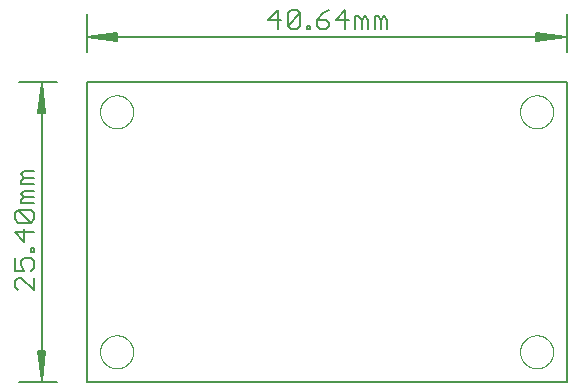
<source format=gko>
G75*
%MOIN*%
%OFA0B0*%
%FSLAX25Y25*%
%IPPOS*%
%LPD*%
%AMOC8*
5,1,8,0,0,1.08239X$1,22.5*
%
%ADD10C,0.00000*%
%ADD11C,0.00500*%
%ADD12C,0.00512*%
%ADD13C,0.00600*%
D10*
X0032083Y0016000D02*
X0032085Y0016148D01*
X0032091Y0016296D01*
X0032101Y0016444D01*
X0032115Y0016591D01*
X0032133Y0016738D01*
X0032154Y0016884D01*
X0032180Y0017030D01*
X0032210Y0017175D01*
X0032243Y0017319D01*
X0032281Y0017462D01*
X0032322Y0017604D01*
X0032367Y0017745D01*
X0032415Y0017885D01*
X0032468Y0018024D01*
X0032524Y0018161D01*
X0032584Y0018296D01*
X0032647Y0018430D01*
X0032714Y0018562D01*
X0032785Y0018692D01*
X0032859Y0018820D01*
X0032936Y0018946D01*
X0033017Y0019070D01*
X0033101Y0019192D01*
X0033188Y0019311D01*
X0033279Y0019428D01*
X0033373Y0019543D01*
X0033469Y0019655D01*
X0033569Y0019765D01*
X0033671Y0019871D01*
X0033777Y0019975D01*
X0033885Y0020076D01*
X0033996Y0020174D01*
X0034109Y0020270D01*
X0034225Y0020362D01*
X0034343Y0020451D01*
X0034464Y0020536D01*
X0034587Y0020619D01*
X0034712Y0020698D01*
X0034839Y0020774D01*
X0034968Y0020846D01*
X0035099Y0020915D01*
X0035232Y0020980D01*
X0035367Y0021041D01*
X0035503Y0021099D01*
X0035640Y0021154D01*
X0035779Y0021204D01*
X0035920Y0021251D01*
X0036061Y0021294D01*
X0036204Y0021334D01*
X0036348Y0021369D01*
X0036492Y0021401D01*
X0036638Y0021428D01*
X0036784Y0021452D01*
X0036931Y0021472D01*
X0037078Y0021488D01*
X0037225Y0021500D01*
X0037373Y0021508D01*
X0037521Y0021512D01*
X0037669Y0021512D01*
X0037817Y0021508D01*
X0037965Y0021500D01*
X0038112Y0021488D01*
X0038259Y0021472D01*
X0038406Y0021452D01*
X0038552Y0021428D01*
X0038698Y0021401D01*
X0038842Y0021369D01*
X0038986Y0021334D01*
X0039129Y0021294D01*
X0039270Y0021251D01*
X0039411Y0021204D01*
X0039550Y0021154D01*
X0039687Y0021099D01*
X0039823Y0021041D01*
X0039958Y0020980D01*
X0040091Y0020915D01*
X0040222Y0020846D01*
X0040351Y0020774D01*
X0040478Y0020698D01*
X0040603Y0020619D01*
X0040726Y0020536D01*
X0040847Y0020451D01*
X0040965Y0020362D01*
X0041081Y0020270D01*
X0041194Y0020174D01*
X0041305Y0020076D01*
X0041413Y0019975D01*
X0041519Y0019871D01*
X0041621Y0019765D01*
X0041721Y0019655D01*
X0041817Y0019543D01*
X0041911Y0019428D01*
X0042002Y0019311D01*
X0042089Y0019192D01*
X0042173Y0019070D01*
X0042254Y0018946D01*
X0042331Y0018820D01*
X0042405Y0018692D01*
X0042476Y0018562D01*
X0042543Y0018430D01*
X0042606Y0018296D01*
X0042666Y0018161D01*
X0042722Y0018024D01*
X0042775Y0017885D01*
X0042823Y0017745D01*
X0042868Y0017604D01*
X0042909Y0017462D01*
X0042947Y0017319D01*
X0042980Y0017175D01*
X0043010Y0017030D01*
X0043036Y0016884D01*
X0043057Y0016738D01*
X0043075Y0016591D01*
X0043089Y0016444D01*
X0043099Y0016296D01*
X0043105Y0016148D01*
X0043107Y0016000D01*
X0043105Y0015852D01*
X0043099Y0015704D01*
X0043089Y0015556D01*
X0043075Y0015409D01*
X0043057Y0015262D01*
X0043036Y0015116D01*
X0043010Y0014970D01*
X0042980Y0014825D01*
X0042947Y0014681D01*
X0042909Y0014538D01*
X0042868Y0014396D01*
X0042823Y0014255D01*
X0042775Y0014115D01*
X0042722Y0013976D01*
X0042666Y0013839D01*
X0042606Y0013704D01*
X0042543Y0013570D01*
X0042476Y0013438D01*
X0042405Y0013308D01*
X0042331Y0013180D01*
X0042254Y0013054D01*
X0042173Y0012930D01*
X0042089Y0012808D01*
X0042002Y0012689D01*
X0041911Y0012572D01*
X0041817Y0012457D01*
X0041721Y0012345D01*
X0041621Y0012235D01*
X0041519Y0012129D01*
X0041413Y0012025D01*
X0041305Y0011924D01*
X0041194Y0011826D01*
X0041081Y0011730D01*
X0040965Y0011638D01*
X0040847Y0011549D01*
X0040726Y0011464D01*
X0040603Y0011381D01*
X0040478Y0011302D01*
X0040351Y0011226D01*
X0040222Y0011154D01*
X0040091Y0011085D01*
X0039958Y0011020D01*
X0039823Y0010959D01*
X0039687Y0010901D01*
X0039550Y0010846D01*
X0039411Y0010796D01*
X0039270Y0010749D01*
X0039129Y0010706D01*
X0038986Y0010666D01*
X0038842Y0010631D01*
X0038698Y0010599D01*
X0038552Y0010572D01*
X0038406Y0010548D01*
X0038259Y0010528D01*
X0038112Y0010512D01*
X0037965Y0010500D01*
X0037817Y0010492D01*
X0037669Y0010488D01*
X0037521Y0010488D01*
X0037373Y0010492D01*
X0037225Y0010500D01*
X0037078Y0010512D01*
X0036931Y0010528D01*
X0036784Y0010548D01*
X0036638Y0010572D01*
X0036492Y0010599D01*
X0036348Y0010631D01*
X0036204Y0010666D01*
X0036061Y0010706D01*
X0035920Y0010749D01*
X0035779Y0010796D01*
X0035640Y0010846D01*
X0035503Y0010901D01*
X0035367Y0010959D01*
X0035232Y0011020D01*
X0035099Y0011085D01*
X0034968Y0011154D01*
X0034839Y0011226D01*
X0034712Y0011302D01*
X0034587Y0011381D01*
X0034464Y0011464D01*
X0034343Y0011549D01*
X0034225Y0011638D01*
X0034109Y0011730D01*
X0033996Y0011826D01*
X0033885Y0011924D01*
X0033777Y0012025D01*
X0033671Y0012129D01*
X0033569Y0012235D01*
X0033469Y0012345D01*
X0033373Y0012457D01*
X0033279Y0012572D01*
X0033188Y0012689D01*
X0033101Y0012808D01*
X0033017Y0012930D01*
X0032936Y0013054D01*
X0032859Y0013180D01*
X0032785Y0013308D01*
X0032714Y0013438D01*
X0032647Y0013570D01*
X0032584Y0013704D01*
X0032524Y0013839D01*
X0032468Y0013976D01*
X0032415Y0014115D01*
X0032367Y0014255D01*
X0032322Y0014396D01*
X0032281Y0014538D01*
X0032243Y0014681D01*
X0032210Y0014825D01*
X0032180Y0014970D01*
X0032154Y0015116D01*
X0032133Y0015262D01*
X0032115Y0015409D01*
X0032101Y0015556D01*
X0032091Y0015704D01*
X0032085Y0015852D01*
X0032083Y0016000D01*
X0032083Y0096000D02*
X0032085Y0096148D01*
X0032091Y0096296D01*
X0032101Y0096444D01*
X0032115Y0096591D01*
X0032133Y0096738D01*
X0032154Y0096884D01*
X0032180Y0097030D01*
X0032210Y0097175D01*
X0032243Y0097319D01*
X0032281Y0097462D01*
X0032322Y0097604D01*
X0032367Y0097745D01*
X0032415Y0097885D01*
X0032468Y0098024D01*
X0032524Y0098161D01*
X0032584Y0098296D01*
X0032647Y0098430D01*
X0032714Y0098562D01*
X0032785Y0098692D01*
X0032859Y0098820D01*
X0032936Y0098946D01*
X0033017Y0099070D01*
X0033101Y0099192D01*
X0033188Y0099311D01*
X0033279Y0099428D01*
X0033373Y0099543D01*
X0033469Y0099655D01*
X0033569Y0099765D01*
X0033671Y0099871D01*
X0033777Y0099975D01*
X0033885Y0100076D01*
X0033996Y0100174D01*
X0034109Y0100270D01*
X0034225Y0100362D01*
X0034343Y0100451D01*
X0034464Y0100536D01*
X0034587Y0100619D01*
X0034712Y0100698D01*
X0034839Y0100774D01*
X0034968Y0100846D01*
X0035099Y0100915D01*
X0035232Y0100980D01*
X0035367Y0101041D01*
X0035503Y0101099D01*
X0035640Y0101154D01*
X0035779Y0101204D01*
X0035920Y0101251D01*
X0036061Y0101294D01*
X0036204Y0101334D01*
X0036348Y0101369D01*
X0036492Y0101401D01*
X0036638Y0101428D01*
X0036784Y0101452D01*
X0036931Y0101472D01*
X0037078Y0101488D01*
X0037225Y0101500D01*
X0037373Y0101508D01*
X0037521Y0101512D01*
X0037669Y0101512D01*
X0037817Y0101508D01*
X0037965Y0101500D01*
X0038112Y0101488D01*
X0038259Y0101472D01*
X0038406Y0101452D01*
X0038552Y0101428D01*
X0038698Y0101401D01*
X0038842Y0101369D01*
X0038986Y0101334D01*
X0039129Y0101294D01*
X0039270Y0101251D01*
X0039411Y0101204D01*
X0039550Y0101154D01*
X0039687Y0101099D01*
X0039823Y0101041D01*
X0039958Y0100980D01*
X0040091Y0100915D01*
X0040222Y0100846D01*
X0040351Y0100774D01*
X0040478Y0100698D01*
X0040603Y0100619D01*
X0040726Y0100536D01*
X0040847Y0100451D01*
X0040965Y0100362D01*
X0041081Y0100270D01*
X0041194Y0100174D01*
X0041305Y0100076D01*
X0041413Y0099975D01*
X0041519Y0099871D01*
X0041621Y0099765D01*
X0041721Y0099655D01*
X0041817Y0099543D01*
X0041911Y0099428D01*
X0042002Y0099311D01*
X0042089Y0099192D01*
X0042173Y0099070D01*
X0042254Y0098946D01*
X0042331Y0098820D01*
X0042405Y0098692D01*
X0042476Y0098562D01*
X0042543Y0098430D01*
X0042606Y0098296D01*
X0042666Y0098161D01*
X0042722Y0098024D01*
X0042775Y0097885D01*
X0042823Y0097745D01*
X0042868Y0097604D01*
X0042909Y0097462D01*
X0042947Y0097319D01*
X0042980Y0097175D01*
X0043010Y0097030D01*
X0043036Y0096884D01*
X0043057Y0096738D01*
X0043075Y0096591D01*
X0043089Y0096444D01*
X0043099Y0096296D01*
X0043105Y0096148D01*
X0043107Y0096000D01*
X0043105Y0095852D01*
X0043099Y0095704D01*
X0043089Y0095556D01*
X0043075Y0095409D01*
X0043057Y0095262D01*
X0043036Y0095116D01*
X0043010Y0094970D01*
X0042980Y0094825D01*
X0042947Y0094681D01*
X0042909Y0094538D01*
X0042868Y0094396D01*
X0042823Y0094255D01*
X0042775Y0094115D01*
X0042722Y0093976D01*
X0042666Y0093839D01*
X0042606Y0093704D01*
X0042543Y0093570D01*
X0042476Y0093438D01*
X0042405Y0093308D01*
X0042331Y0093180D01*
X0042254Y0093054D01*
X0042173Y0092930D01*
X0042089Y0092808D01*
X0042002Y0092689D01*
X0041911Y0092572D01*
X0041817Y0092457D01*
X0041721Y0092345D01*
X0041621Y0092235D01*
X0041519Y0092129D01*
X0041413Y0092025D01*
X0041305Y0091924D01*
X0041194Y0091826D01*
X0041081Y0091730D01*
X0040965Y0091638D01*
X0040847Y0091549D01*
X0040726Y0091464D01*
X0040603Y0091381D01*
X0040478Y0091302D01*
X0040351Y0091226D01*
X0040222Y0091154D01*
X0040091Y0091085D01*
X0039958Y0091020D01*
X0039823Y0090959D01*
X0039687Y0090901D01*
X0039550Y0090846D01*
X0039411Y0090796D01*
X0039270Y0090749D01*
X0039129Y0090706D01*
X0038986Y0090666D01*
X0038842Y0090631D01*
X0038698Y0090599D01*
X0038552Y0090572D01*
X0038406Y0090548D01*
X0038259Y0090528D01*
X0038112Y0090512D01*
X0037965Y0090500D01*
X0037817Y0090492D01*
X0037669Y0090488D01*
X0037521Y0090488D01*
X0037373Y0090492D01*
X0037225Y0090500D01*
X0037078Y0090512D01*
X0036931Y0090528D01*
X0036784Y0090548D01*
X0036638Y0090572D01*
X0036492Y0090599D01*
X0036348Y0090631D01*
X0036204Y0090666D01*
X0036061Y0090706D01*
X0035920Y0090749D01*
X0035779Y0090796D01*
X0035640Y0090846D01*
X0035503Y0090901D01*
X0035367Y0090959D01*
X0035232Y0091020D01*
X0035099Y0091085D01*
X0034968Y0091154D01*
X0034839Y0091226D01*
X0034712Y0091302D01*
X0034587Y0091381D01*
X0034464Y0091464D01*
X0034343Y0091549D01*
X0034225Y0091638D01*
X0034109Y0091730D01*
X0033996Y0091826D01*
X0033885Y0091924D01*
X0033777Y0092025D01*
X0033671Y0092129D01*
X0033569Y0092235D01*
X0033469Y0092345D01*
X0033373Y0092457D01*
X0033279Y0092572D01*
X0033188Y0092689D01*
X0033101Y0092808D01*
X0033017Y0092930D01*
X0032936Y0093054D01*
X0032859Y0093180D01*
X0032785Y0093308D01*
X0032714Y0093438D01*
X0032647Y0093570D01*
X0032584Y0093704D01*
X0032524Y0093839D01*
X0032468Y0093976D01*
X0032415Y0094115D01*
X0032367Y0094255D01*
X0032322Y0094396D01*
X0032281Y0094538D01*
X0032243Y0094681D01*
X0032210Y0094825D01*
X0032180Y0094970D01*
X0032154Y0095116D01*
X0032133Y0095262D01*
X0032115Y0095409D01*
X0032101Y0095556D01*
X0032091Y0095704D01*
X0032085Y0095852D01*
X0032083Y0096000D01*
X0172083Y0096000D02*
X0172085Y0096148D01*
X0172091Y0096296D01*
X0172101Y0096444D01*
X0172115Y0096591D01*
X0172133Y0096738D01*
X0172154Y0096884D01*
X0172180Y0097030D01*
X0172210Y0097175D01*
X0172243Y0097319D01*
X0172281Y0097462D01*
X0172322Y0097604D01*
X0172367Y0097745D01*
X0172415Y0097885D01*
X0172468Y0098024D01*
X0172524Y0098161D01*
X0172584Y0098296D01*
X0172647Y0098430D01*
X0172714Y0098562D01*
X0172785Y0098692D01*
X0172859Y0098820D01*
X0172936Y0098946D01*
X0173017Y0099070D01*
X0173101Y0099192D01*
X0173188Y0099311D01*
X0173279Y0099428D01*
X0173373Y0099543D01*
X0173469Y0099655D01*
X0173569Y0099765D01*
X0173671Y0099871D01*
X0173777Y0099975D01*
X0173885Y0100076D01*
X0173996Y0100174D01*
X0174109Y0100270D01*
X0174225Y0100362D01*
X0174343Y0100451D01*
X0174464Y0100536D01*
X0174587Y0100619D01*
X0174712Y0100698D01*
X0174839Y0100774D01*
X0174968Y0100846D01*
X0175099Y0100915D01*
X0175232Y0100980D01*
X0175367Y0101041D01*
X0175503Y0101099D01*
X0175640Y0101154D01*
X0175779Y0101204D01*
X0175920Y0101251D01*
X0176061Y0101294D01*
X0176204Y0101334D01*
X0176348Y0101369D01*
X0176492Y0101401D01*
X0176638Y0101428D01*
X0176784Y0101452D01*
X0176931Y0101472D01*
X0177078Y0101488D01*
X0177225Y0101500D01*
X0177373Y0101508D01*
X0177521Y0101512D01*
X0177669Y0101512D01*
X0177817Y0101508D01*
X0177965Y0101500D01*
X0178112Y0101488D01*
X0178259Y0101472D01*
X0178406Y0101452D01*
X0178552Y0101428D01*
X0178698Y0101401D01*
X0178842Y0101369D01*
X0178986Y0101334D01*
X0179129Y0101294D01*
X0179270Y0101251D01*
X0179411Y0101204D01*
X0179550Y0101154D01*
X0179687Y0101099D01*
X0179823Y0101041D01*
X0179958Y0100980D01*
X0180091Y0100915D01*
X0180222Y0100846D01*
X0180351Y0100774D01*
X0180478Y0100698D01*
X0180603Y0100619D01*
X0180726Y0100536D01*
X0180847Y0100451D01*
X0180965Y0100362D01*
X0181081Y0100270D01*
X0181194Y0100174D01*
X0181305Y0100076D01*
X0181413Y0099975D01*
X0181519Y0099871D01*
X0181621Y0099765D01*
X0181721Y0099655D01*
X0181817Y0099543D01*
X0181911Y0099428D01*
X0182002Y0099311D01*
X0182089Y0099192D01*
X0182173Y0099070D01*
X0182254Y0098946D01*
X0182331Y0098820D01*
X0182405Y0098692D01*
X0182476Y0098562D01*
X0182543Y0098430D01*
X0182606Y0098296D01*
X0182666Y0098161D01*
X0182722Y0098024D01*
X0182775Y0097885D01*
X0182823Y0097745D01*
X0182868Y0097604D01*
X0182909Y0097462D01*
X0182947Y0097319D01*
X0182980Y0097175D01*
X0183010Y0097030D01*
X0183036Y0096884D01*
X0183057Y0096738D01*
X0183075Y0096591D01*
X0183089Y0096444D01*
X0183099Y0096296D01*
X0183105Y0096148D01*
X0183107Y0096000D01*
X0183105Y0095852D01*
X0183099Y0095704D01*
X0183089Y0095556D01*
X0183075Y0095409D01*
X0183057Y0095262D01*
X0183036Y0095116D01*
X0183010Y0094970D01*
X0182980Y0094825D01*
X0182947Y0094681D01*
X0182909Y0094538D01*
X0182868Y0094396D01*
X0182823Y0094255D01*
X0182775Y0094115D01*
X0182722Y0093976D01*
X0182666Y0093839D01*
X0182606Y0093704D01*
X0182543Y0093570D01*
X0182476Y0093438D01*
X0182405Y0093308D01*
X0182331Y0093180D01*
X0182254Y0093054D01*
X0182173Y0092930D01*
X0182089Y0092808D01*
X0182002Y0092689D01*
X0181911Y0092572D01*
X0181817Y0092457D01*
X0181721Y0092345D01*
X0181621Y0092235D01*
X0181519Y0092129D01*
X0181413Y0092025D01*
X0181305Y0091924D01*
X0181194Y0091826D01*
X0181081Y0091730D01*
X0180965Y0091638D01*
X0180847Y0091549D01*
X0180726Y0091464D01*
X0180603Y0091381D01*
X0180478Y0091302D01*
X0180351Y0091226D01*
X0180222Y0091154D01*
X0180091Y0091085D01*
X0179958Y0091020D01*
X0179823Y0090959D01*
X0179687Y0090901D01*
X0179550Y0090846D01*
X0179411Y0090796D01*
X0179270Y0090749D01*
X0179129Y0090706D01*
X0178986Y0090666D01*
X0178842Y0090631D01*
X0178698Y0090599D01*
X0178552Y0090572D01*
X0178406Y0090548D01*
X0178259Y0090528D01*
X0178112Y0090512D01*
X0177965Y0090500D01*
X0177817Y0090492D01*
X0177669Y0090488D01*
X0177521Y0090488D01*
X0177373Y0090492D01*
X0177225Y0090500D01*
X0177078Y0090512D01*
X0176931Y0090528D01*
X0176784Y0090548D01*
X0176638Y0090572D01*
X0176492Y0090599D01*
X0176348Y0090631D01*
X0176204Y0090666D01*
X0176061Y0090706D01*
X0175920Y0090749D01*
X0175779Y0090796D01*
X0175640Y0090846D01*
X0175503Y0090901D01*
X0175367Y0090959D01*
X0175232Y0091020D01*
X0175099Y0091085D01*
X0174968Y0091154D01*
X0174839Y0091226D01*
X0174712Y0091302D01*
X0174587Y0091381D01*
X0174464Y0091464D01*
X0174343Y0091549D01*
X0174225Y0091638D01*
X0174109Y0091730D01*
X0173996Y0091826D01*
X0173885Y0091924D01*
X0173777Y0092025D01*
X0173671Y0092129D01*
X0173569Y0092235D01*
X0173469Y0092345D01*
X0173373Y0092457D01*
X0173279Y0092572D01*
X0173188Y0092689D01*
X0173101Y0092808D01*
X0173017Y0092930D01*
X0172936Y0093054D01*
X0172859Y0093180D01*
X0172785Y0093308D01*
X0172714Y0093438D01*
X0172647Y0093570D01*
X0172584Y0093704D01*
X0172524Y0093839D01*
X0172468Y0093976D01*
X0172415Y0094115D01*
X0172367Y0094255D01*
X0172322Y0094396D01*
X0172281Y0094538D01*
X0172243Y0094681D01*
X0172210Y0094825D01*
X0172180Y0094970D01*
X0172154Y0095116D01*
X0172133Y0095262D01*
X0172115Y0095409D01*
X0172101Y0095556D01*
X0172091Y0095704D01*
X0172085Y0095852D01*
X0172083Y0096000D01*
X0172083Y0016000D02*
X0172085Y0016148D01*
X0172091Y0016296D01*
X0172101Y0016444D01*
X0172115Y0016591D01*
X0172133Y0016738D01*
X0172154Y0016884D01*
X0172180Y0017030D01*
X0172210Y0017175D01*
X0172243Y0017319D01*
X0172281Y0017462D01*
X0172322Y0017604D01*
X0172367Y0017745D01*
X0172415Y0017885D01*
X0172468Y0018024D01*
X0172524Y0018161D01*
X0172584Y0018296D01*
X0172647Y0018430D01*
X0172714Y0018562D01*
X0172785Y0018692D01*
X0172859Y0018820D01*
X0172936Y0018946D01*
X0173017Y0019070D01*
X0173101Y0019192D01*
X0173188Y0019311D01*
X0173279Y0019428D01*
X0173373Y0019543D01*
X0173469Y0019655D01*
X0173569Y0019765D01*
X0173671Y0019871D01*
X0173777Y0019975D01*
X0173885Y0020076D01*
X0173996Y0020174D01*
X0174109Y0020270D01*
X0174225Y0020362D01*
X0174343Y0020451D01*
X0174464Y0020536D01*
X0174587Y0020619D01*
X0174712Y0020698D01*
X0174839Y0020774D01*
X0174968Y0020846D01*
X0175099Y0020915D01*
X0175232Y0020980D01*
X0175367Y0021041D01*
X0175503Y0021099D01*
X0175640Y0021154D01*
X0175779Y0021204D01*
X0175920Y0021251D01*
X0176061Y0021294D01*
X0176204Y0021334D01*
X0176348Y0021369D01*
X0176492Y0021401D01*
X0176638Y0021428D01*
X0176784Y0021452D01*
X0176931Y0021472D01*
X0177078Y0021488D01*
X0177225Y0021500D01*
X0177373Y0021508D01*
X0177521Y0021512D01*
X0177669Y0021512D01*
X0177817Y0021508D01*
X0177965Y0021500D01*
X0178112Y0021488D01*
X0178259Y0021472D01*
X0178406Y0021452D01*
X0178552Y0021428D01*
X0178698Y0021401D01*
X0178842Y0021369D01*
X0178986Y0021334D01*
X0179129Y0021294D01*
X0179270Y0021251D01*
X0179411Y0021204D01*
X0179550Y0021154D01*
X0179687Y0021099D01*
X0179823Y0021041D01*
X0179958Y0020980D01*
X0180091Y0020915D01*
X0180222Y0020846D01*
X0180351Y0020774D01*
X0180478Y0020698D01*
X0180603Y0020619D01*
X0180726Y0020536D01*
X0180847Y0020451D01*
X0180965Y0020362D01*
X0181081Y0020270D01*
X0181194Y0020174D01*
X0181305Y0020076D01*
X0181413Y0019975D01*
X0181519Y0019871D01*
X0181621Y0019765D01*
X0181721Y0019655D01*
X0181817Y0019543D01*
X0181911Y0019428D01*
X0182002Y0019311D01*
X0182089Y0019192D01*
X0182173Y0019070D01*
X0182254Y0018946D01*
X0182331Y0018820D01*
X0182405Y0018692D01*
X0182476Y0018562D01*
X0182543Y0018430D01*
X0182606Y0018296D01*
X0182666Y0018161D01*
X0182722Y0018024D01*
X0182775Y0017885D01*
X0182823Y0017745D01*
X0182868Y0017604D01*
X0182909Y0017462D01*
X0182947Y0017319D01*
X0182980Y0017175D01*
X0183010Y0017030D01*
X0183036Y0016884D01*
X0183057Y0016738D01*
X0183075Y0016591D01*
X0183089Y0016444D01*
X0183099Y0016296D01*
X0183105Y0016148D01*
X0183107Y0016000D01*
X0183105Y0015852D01*
X0183099Y0015704D01*
X0183089Y0015556D01*
X0183075Y0015409D01*
X0183057Y0015262D01*
X0183036Y0015116D01*
X0183010Y0014970D01*
X0182980Y0014825D01*
X0182947Y0014681D01*
X0182909Y0014538D01*
X0182868Y0014396D01*
X0182823Y0014255D01*
X0182775Y0014115D01*
X0182722Y0013976D01*
X0182666Y0013839D01*
X0182606Y0013704D01*
X0182543Y0013570D01*
X0182476Y0013438D01*
X0182405Y0013308D01*
X0182331Y0013180D01*
X0182254Y0013054D01*
X0182173Y0012930D01*
X0182089Y0012808D01*
X0182002Y0012689D01*
X0181911Y0012572D01*
X0181817Y0012457D01*
X0181721Y0012345D01*
X0181621Y0012235D01*
X0181519Y0012129D01*
X0181413Y0012025D01*
X0181305Y0011924D01*
X0181194Y0011826D01*
X0181081Y0011730D01*
X0180965Y0011638D01*
X0180847Y0011549D01*
X0180726Y0011464D01*
X0180603Y0011381D01*
X0180478Y0011302D01*
X0180351Y0011226D01*
X0180222Y0011154D01*
X0180091Y0011085D01*
X0179958Y0011020D01*
X0179823Y0010959D01*
X0179687Y0010901D01*
X0179550Y0010846D01*
X0179411Y0010796D01*
X0179270Y0010749D01*
X0179129Y0010706D01*
X0178986Y0010666D01*
X0178842Y0010631D01*
X0178698Y0010599D01*
X0178552Y0010572D01*
X0178406Y0010548D01*
X0178259Y0010528D01*
X0178112Y0010512D01*
X0177965Y0010500D01*
X0177817Y0010492D01*
X0177669Y0010488D01*
X0177521Y0010488D01*
X0177373Y0010492D01*
X0177225Y0010500D01*
X0177078Y0010512D01*
X0176931Y0010528D01*
X0176784Y0010548D01*
X0176638Y0010572D01*
X0176492Y0010599D01*
X0176348Y0010631D01*
X0176204Y0010666D01*
X0176061Y0010706D01*
X0175920Y0010749D01*
X0175779Y0010796D01*
X0175640Y0010846D01*
X0175503Y0010901D01*
X0175367Y0010959D01*
X0175232Y0011020D01*
X0175099Y0011085D01*
X0174968Y0011154D01*
X0174839Y0011226D01*
X0174712Y0011302D01*
X0174587Y0011381D01*
X0174464Y0011464D01*
X0174343Y0011549D01*
X0174225Y0011638D01*
X0174109Y0011730D01*
X0173996Y0011826D01*
X0173885Y0011924D01*
X0173777Y0012025D01*
X0173671Y0012129D01*
X0173569Y0012235D01*
X0173469Y0012345D01*
X0173373Y0012457D01*
X0173279Y0012572D01*
X0173188Y0012689D01*
X0173101Y0012808D01*
X0173017Y0012930D01*
X0172936Y0013054D01*
X0172859Y0013180D01*
X0172785Y0013308D01*
X0172714Y0013438D01*
X0172647Y0013570D01*
X0172584Y0013704D01*
X0172524Y0013839D01*
X0172468Y0013976D01*
X0172415Y0014115D01*
X0172367Y0014255D01*
X0172322Y0014396D01*
X0172281Y0014538D01*
X0172243Y0014681D01*
X0172210Y0014825D01*
X0172180Y0014970D01*
X0172154Y0015116D01*
X0172133Y0015262D01*
X0172115Y0015409D01*
X0172101Y0015556D01*
X0172091Y0015704D01*
X0172085Y0015852D01*
X0172083Y0016000D01*
D11*
X0187595Y0006000D02*
X0187595Y0106000D01*
X0027595Y0106000D01*
X0027595Y0006000D01*
X0187595Y0006000D01*
D12*
X0017595Y0006000D02*
X0004918Y0006000D01*
X0012595Y0006256D02*
X0013619Y0016236D01*
X0013852Y0016236D02*
X0012595Y0006256D01*
X0011572Y0016236D01*
X0011338Y0016236D02*
X0013852Y0016236D01*
X0013107Y0016236D02*
X0012595Y0006256D01*
X0012083Y0016236D01*
X0011338Y0016236D02*
X0012595Y0006256D01*
X0012595Y0105744D01*
X0013619Y0095764D01*
X0013852Y0095764D02*
X0012595Y0105744D01*
X0011572Y0095764D01*
X0011338Y0095764D02*
X0013852Y0095764D01*
X0013107Y0095764D02*
X0012595Y0105744D01*
X0012083Y0095764D01*
X0011338Y0095764D02*
X0012595Y0105744D01*
X0017595Y0106000D02*
X0004918Y0106000D01*
X0027595Y0116000D02*
X0027595Y0128677D01*
X0027851Y0121000D02*
X0037831Y0119976D01*
X0037831Y0119743D02*
X0027851Y0121000D01*
X0037831Y0122024D01*
X0037831Y0122257D02*
X0037831Y0119743D01*
X0037831Y0120488D02*
X0027851Y0121000D01*
X0037831Y0121512D01*
X0037831Y0122257D02*
X0027851Y0121000D01*
X0187339Y0121000D01*
X0177359Y0119976D01*
X0177359Y0119743D02*
X0187339Y0121000D01*
X0177359Y0122024D01*
X0177359Y0122257D02*
X0177359Y0119743D01*
X0177359Y0120488D02*
X0187339Y0121000D01*
X0177359Y0121512D01*
X0177359Y0122257D02*
X0187339Y0121000D01*
X0187595Y0116000D02*
X0187595Y0128677D01*
D13*
X0127821Y0126765D02*
X0127821Y0123562D01*
X0125686Y0123562D02*
X0125686Y0126765D01*
X0126754Y0127832D01*
X0127821Y0126765D01*
X0125686Y0126765D02*
X0124618Y0127832D01*
X0123551Y0127832D01*
X0123551Y0123562D01*
X0121376Y0123562D02*
X0121376Y0126765D01*
X0120308Y0127832D01*
X0119241Y0126765D01*
X0119241Y0123562D01*
X0117105Y0123562D02*
X0117105Y0127832D01*
X0118173Y0127832D01*
X0119241Y0126765D01*
X0114930Y0126765D02*
X0110660Y0126765D01*
X0113863Y0129967D01*
X0113863Y0123562D01*
X0108485Y0124629D02*
X0108485Y0125697D01*
X0107417Y0126765D01*
X0104214Y0126765D01*
X0104214Y0124629D01*
X0105282Y0123562D01*
X0107417Y0123562D01*
X0108485Y0124629D01*
X0106350Y0128900D02*
X0104214Y0126765D01*
X0102059Y0124629D02*
X0102059Y0123562D01*
X0100992Y0123562D01*
X0100992Y0124629D01*
X0102059Y0124629D01*
X0098816Y0124629D02*
X0097749Y0123562D01*
X0095614Y0123562D01*
X0094546Y0124629D01*
X0098816Y0128900D01*
X0098816Y0124629D01*
X0094546Y0124629D02*
X0094546Y0128900D01*
X0095614Y0129967D01*
X0097749Y0129967D01*
X0098816Y0128900D01*
X0092371Y0126765D02*
X0088101Y0126765D01*
X0091303Y0129967D01*
X0091303Y0123562D01*
X0106350Y0128900D02*
X0108485Y0129967D01*
X0010033Y0076226D02*
X0006831Y0076226D01*
X0005763Y0075158D01*
X0006831Y0074091D01*
X0010033Y0074091D01*
X0010033Y0071956D02*
X0005763Y0071956D01*
X0005763Y0073023D01*
X0006831Y0074091D01*
X0006831Y0069781D02*
X0010033Y0069781D01*
X0010033Y0067645D02*
X0006831Y0067645D01*
X0005763Y0068713D01*
X0006831Y0069781D01*
X0006831Y0067645D02*
X0005763Y0066578D01*
X0005763Y0065510D01*
X0010033Y0065510D01*
X0008966Y0063335D02*
X0010033Y0062267D01*
X0010033Y0060132D01*
X0008966Y0059065D01*
X0004695Y0063335D01*
X0008966Y0063335D01*
X0004695Y0063335D02*
X0003628Y0062267D01*
X0003628Y0060132D01*
X0004695Y0059065D01*
X0008966Y0059065D01*
X0006831Y0056890D02*
X0006831Y0052619D01*
X0003628Y0055822D01*
X0010033Y0055822D01*
X0010033Y0050464D02*
X0008966Y0050464D01*
X0008966Y0049396D01*
X0010033Y0049396D01*
X0010033Y0050464D01*
X0008966Y0047221D02*
X0006831Y0047221D01*
X0005763Y0046154D01*
X0005763Y0045086D01*
X0006831Y0042951D01*
X0003628Y0042951D01*
X0003628Y0047221D01*
X0008966Y0047221D02*
X0010033Y0046154D01*
X0010033Y0044019D01*
X0008966Y0042951D01*
X0010033Y0040776D02*
X0010033Y0036505D01*
X0005763Y0040776D01*
X0004695Y0040776D01*
X0003628Y0039708D01*
X0003628Y0037573D01*
X0004695Y0036505D01*
M02*

</source>
